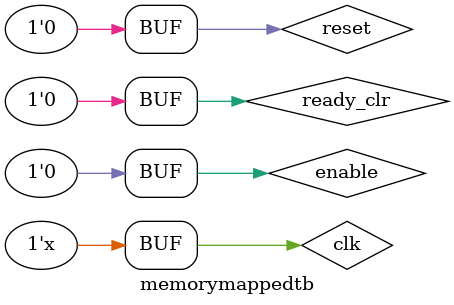
<source format=v>
`timescale  10ns/1ns

module memorymappedtb();
reg clk = 0;
reg enable = 0;
reg reset=0;
reg ready_clr = 0;
// DUT instantiation
memorymapped dut (.clk(clk), .reset(reset),.enable(enable),.ready_clr(ready_clr));
initial begin
	  $monitor("time: %d", $time," pc = %d r1 = %d, r4 = %d, r10 = %d, ram[6] = %d, zeroflag=%d",
            dut.pc_out, dut.reg_file.reg_file[1], dut.reg_file.reg_file[4],
            dut.reg_file.reg_file [10], dut.ram.ram[6],dut.zero);
	enable <= 1'b1;
	#2 enable <= 1'b0;
end
initial
begin
    clk = 0;
    reset = 1;
    #2
    reset = 0;
end

// clock signal generation
always
    #5 clk = ~clk;



endmodule
</source>
